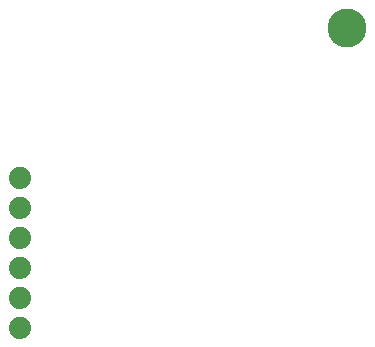
<source format=gtp>
G04 MADE WITH FRITZING*
G04 WWW.FRITZING.ORG*
G04 DOUBLE SIDED*
G04 HOLES PLATED*
G04 CONTOUR ON CENTER OF CONTOUR VECTOR*
%ASAXBY*%
%FSLAX23Y23*%
%MOIN*%
%OFA0B0*%
%SFA1.0B1.0*%
%ADD10C,0.074000*%
%ADD11C,0.130000*%
%LNPASTEMASK1*%
G90*
G70*
G54D10*
X2912Y257D03*
X2912Y357D03*
X2912Y457D03*
X2912Y557D03*
X2912Y657D03*
X2912Y757D03*
G54D11*
X4002Y1257D03*
X4002Y1257D03*
G04 End of PasteMask1*
M02*
</source>
